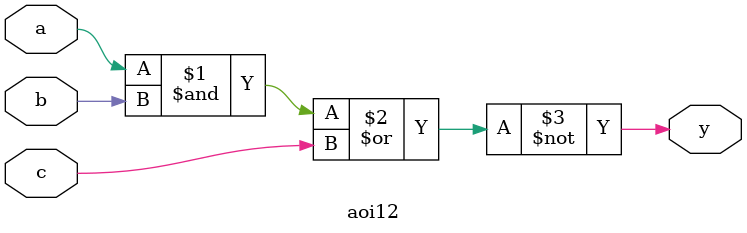
<source format=v>

module array_test001(a, b, c, y);
	input a;
	input [31:0] b, c;
	output [31:0] y;

	aoi12 p [31:0] (a, b, c, y);
endmodule

module aoi12(a, b, c, y);
	input a, b, c;
	output y;
	assign y = ~((a & b) | c);
endmodule


</source>
